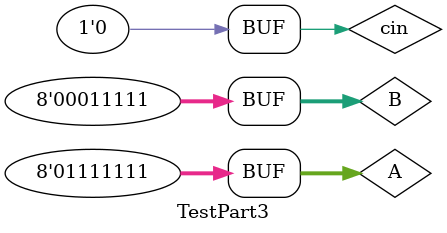
<source format=v>
`timescale 1ns / 1ps


module TestPart3;

	// Inputs
	reg [7:0] A;
	reg [7:0] B;
	reg cin;

	// Outputs
	wire [7:0] S;
	wire cout;
	wire overflow;
	// Instantiate the Unit Under Test (UUT)
	CSA uut (
		.A(A), 
		.B(B), 
		.cin(cin), 
		.S(S), 
		.cout(cout),
		.overflow(overflow)
	);

	initial begin
		// Initialize Inputs
		A = 0;
		B = 0;
		cin = 0;

		// Wait 100 ns for global reset to finish
		#100;
        
		// Add stimulus here

 // Add stimulus here
    
				#10 A=8'b00000001;B=8'b00000001;cin=1'b0;//pos + pos
				#10 A=8'b00000010;B=8'b11111110;cin=1'b0;//pos + negative				
				#10 A=8'b11111111;B=8'b00000001;cin=1'b0;//negative + positive
				#10 A=8'b11111111;B=8'b11111111;cin=1'b0; //negative + negative
				#10 A=8'b00011001;B=8'b10110001;cin=1'b1; //positive - negative
				#10 A=8'b00111101;B=8'b00110101;cin=1'b1; //positive - positive					
				#10 A=8'b10000111;B=8'b00000111;cin=1'b1;//negative - postive
				#10 A=8'b10100111;B=8'b10010111;cin=1'b1;//negative - negative
				#10 A=8'b10000001;B=8'b10000001;cin=1'b0;//overflow negative + negative
				#10 A=8'b01111111;B=8'b00011111;cin=1'b0;//overflow positive + positve
    end 
 
    initial begin
					
		$monitor("time=",$time, " A=%b Operation: %b :  B=%b  : Sum=%b : Cout=%b ",A,cin,B,S,cout);
		
    end    
	
      
endmodule


</source>
